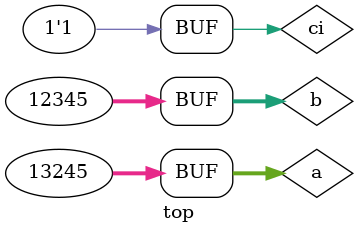
<source format=v>
`include "32_bit_full_adder.v"

module top;
reg [31:0] a, b;
reg ci;
wire [31:0] s;
wire co;

thirtytwobitfulladder testadder (a, b, ci, s, co);

initial
begin
	a = 32'd13245;
	#5 b = 32'd12345;
	#5 ci = 1'd1;
end

initial
	$monitor ($time, "  a = %d; b = %d; cin = %d; sum = %d; co = %d", a, b, ci, s, co);

endmodule
</source>
